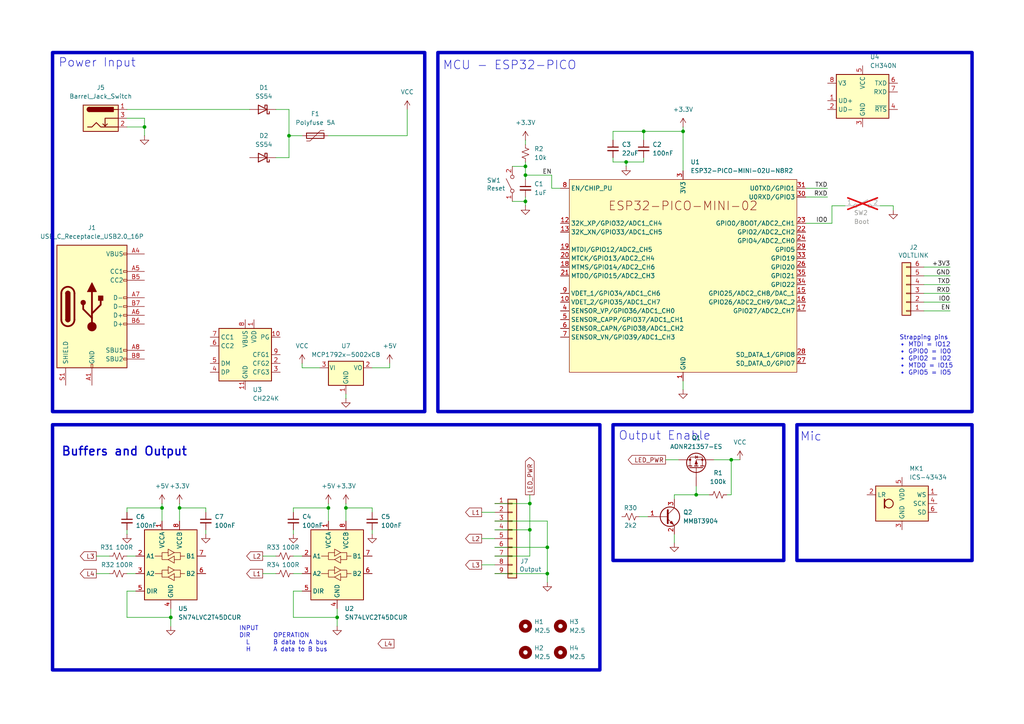
<source format=kicad_sch>
(kicad_sch (version 20250114) (generator "eeschema") (generator_version "9.0")
  (paper "A4")
  (title_block (title "GlitchPixel404") (date "2025-03-15") (rev "A1") (company "Inventel") (comment 1 "RBM"))
  (lib_symbols
    (symbol "CanLite-rescue:Conn_01x06-Connector_Generic" (pin_names (offset 1.016) (hide yes))
      (property "Reference" "J" (at 0 7.62 0))
      (property "Value" "Connector_Generic_Conn_01x06" (at 0 -10.16 0))
      (symbol "Conn_01x06-Connector_Generic_1_1"
        (pin passive line (at -5.08 5.08 0) (length 3.81) (name "Pin_1") (number "1"))
        (pin passive line (at -5.08 2.54 0) (length 3.81) (name "Pin_2") (number "2"))
        (pin passive line (at -5.08 0 0) (length 3.81) (name "Pin_3") (number "3"))
        (pin passive line (at -5.08 -2.54 0) (length 3.81) (name "Pin_4") (number "4"))
        (pin passive line (at -5.08 -5.08 0) (length 3.81) (name "Pin_5") (number "5"))
        (pin passive line (at -5.08 -7.62 0) (length 3.81) (name "Pin_6") (number "6"))
      )
    )
    (symbol "Connector:Barrel_Jack_Switch" (pin_names (hide yes))
      (property "Reference" "J" (at 0 5.334 0))
      (property "Value" "Barrel_Jack_Switch" (at 0 -5.08 0))
      (symbol "Barrel_Jack_Switch_1_1"
        (pin passive line (at 7.62 2.54 180) (length 2.54) (name "~") (number "1"))
        (pin passive line (at 7.62 0 180) (length 2.54) (name "~") (number "3"))
        (pin passive line (at 7.62 -2.54 180) (length 2.54) (name "~") (number "2"))
      )
    )
    (symbol "Connector:USB_C_Receptacle_USB2.0_16P" (pin_names (offset 1.016))
      (property "Reference" "J" (at 0 22.225 0))
      (property "Value" "USB_C_Receptacle_USB2.0_16P" (at 0 19.685 0))
      (symbol "USB_C_Receptacle_USB2.0_16P_1_1"
        (pin passive line (at -7.62 -22.86 90) (length 5.08) (name "SHIELD") (number "S1"))
        (pin passive line (at 0 -22.86 90) (length 5.08) (name "GND") (number "A1"))
        (pin passive line (at 0 -22.86 90) (length 5.08) (hide yes) (name "GND") (number "A12"))
        (pin passive line (at 0 -22.86 90) (length 5.08) (hide yes) (name "GND") (number "B1"))
        (pin passive line (at 0 -22.86 90) (length 5.08) (hide yes) (name "GND") (number "B12"))
        (pin passive line (at 15.24 15.24 180) (length 5.08) (name "VBUS") (number "A4"))
        (pin passive line (at 15.24 15.24 180) (length 5.08) (hide yes) (name "VBUS") (number "A9"))
        (pin passive line (at 15.24 15.24 180) (length 5.08) (hide yes) (name "VBUS") (number "B4"))
        (pin passive line (at 15.24 15.24 180) (length 5.08) (hide yes) (name "VBUS") (number "B9"))
        (pin bidirectional line (at 15.24 10.16 180) (length 5.08) (name "CC1") (number "A5"))
        (pin bidirectional line (at 15.24 7.62 180) (length 5.08) (name "CC2") (number "B5"))
        (pin bidirectional line (at 15.24 2.54 180) (length 5.08) (name "D-") (number "A7"))
        (pin bidirectional line (at 15.24 0 180) (length 5.08) (name "D-") (number "B7"))
        (pin bidirectional line (at 15.24 -2.54 180) (length 5.08) (name "D+") (number "A6"))
        (pin bidirectional line (at 15.24 -5.08 180) (length 5.08) (name "D+") (number "B6"))
        (pin bidirectional line (at 15.24 -12.7 180) (length 5.08) (name "SBU1") (number "A8"))
        (pin bidirectional line (at 15.24 -15.24 180) (length 5.08) (name "SBU2") (number "B8"))
      )
    )
    (symbol "Connector_Generic:Conn_01x09" (pin_names (offset 1.016) (hide yes))
      (property "Reference" "J" (at 0 12.7 0))
      (property "Value" "Conn_01x09" (at 0 -12.7 0))
      (symbol "Conn_01x09_1_1"
        (pin passive line (at -5.08 10.16 0) (length 3.81) (name "Pin_1") (number "1"))
        (pin passive line (at -5.08 7.62 0) (length 3.81) (name "Pin_2") (number "2"))
        (pin passive line (at -5.08 5.08 0) (length 3.81) (name "Pin_3") (number "3"))
        (pin passive line (at -5.08 2.54 0) (length 3.81) (name "Pin_4") (number "4"))
        (pin passive line (at -5.08 0 0) (length 3.81) (name "Pin_5") (number "5"))
        (pin passive line (at -5.08 -2.54 0) (length 3.81) (name "Pin_6") (number "6"))
        (pin passive line (at -5.08 -5.08 0) (length 3.81) (name "Pin_7") (number "7"))
        (pin passive line (at -5.08 -7.62 0) (length 3.81) (name "Pin_8") (number "8"))
        (pin passive line (at -5.08 -10.16 0) (length 3.81) (name "Pin_9") (number "9"))
      )
    )
    (symbol "Device:C_Small" (pin_numbers (hide yes)) (pin_names (offset 0.254) (hide yes))
      (property "Reference" "C" (at 0.254 1.778 0))
      (property "Value" "C_Small" (at 0.254 -2.032 0))
      (symbol "C_Small_1_1"
        (pin passive line (at 0 2.54 270) (length 2.032) (name "~") (number "1"))
        (pin passive line (at 0 -2.54 90) (length 2.032) (name "~") (number "2"))
      )
    )
    (symbol "Device:Polyfuse" (pin_numbers (hide yes)) (pin_names (offset 0))
      (property "Reference" "F" (at -2.54 0 90))
      (property "Value" "Polyfuse" (at 2.54 0 90))
      (symbol "Polyfuse_1_1"
        (pin passive line (at 0 3.81 270) (length 1.27) (name "~") (number "1"))
        (pin passive line (at 0 -3.81 90) (length 1.27) (name "~") (number "2"))
      )
    )
    (symbol "Device:Q_PMOS" (pin_numbers (hide yes)) (pin_names (offset 0) (hide yes))
      (property "Reference" "Q" (at 5.08 1.27 0))
      (property "Value" "Q_PMOS" (at 5.08 -1.27 0))
      (symbol "Q_PMOS_1_1"
        (pin input line (at -5.08 0 0) (length 2.54) (name "G") (number "G"))
        (pin passive line (at 2.54 5.08 270) (length 2.54) (name "D") (number "D"))
        (pin passive line (at 2.54 -5.08 90) (length 2.54) (name "S") (number "S"))
      )
    )
    (symbol "Device:R_Small_US" (pin_numbers (hide yes)) (pin_names (offset 0.254) (hide yes))
      (property "Reference" "R" (at 0.762 0.508 0))
      (property "Value" "R_Small_US" (at 0.762 -1.016 0))
      (symbol "R_Small_US_1_1"
        (pin passive line (at 0 2.54 270) (length 1.016) (name "~") (number "1"))
        (pin passive line (at 0 -2.54 90) (length 1.016) (name "~") (number "2"))
      )
    )
    (symbol "Diode:SS34" (pin_numbers (hide yes)) (pin_names (offset 1.016) (hide yes))
      (property "Reference" "D" (at 0 2.54 0))
      (property "Value" "SS34" (at 0 -2.54 0))
      (symbol "SS34_1_1"
        (pin passive line (at -3.81 0 0) (length 2.54) (name "K") (number "1"))
        (pin passive line (at 3.81 0 180) (length 2.54) (name "A") (number "2"))
      )
    )
    (symbol "Interface_USB:CH224K"
      (property "Reference" "U" (at -7.874 -8.89 0))
      (property "Value" "CH224K" (at 3.048 -8.89 0))
      (symbol "CH224K_1_1"
        (pin bidirectional line (at -10.16 5.08 0) (length 2.54) (name "CC1") (number "7"))
        (pin bidirectional line (at -10.16 2.54 0) (length 2.54) (name "CC2") (number "6"))
        (pin bidirectional line (at -10.16 -2.54 0) (length 2.54) (name "DM") (number "5"))
        (pin bidirectional line (at -10.16 -5.08 0) (length 2.54) (name "DP") (number "4"))
        (pin passive line (at 0 10.16 270) (length 2.54) (name "VBUS") (number "8"))
        (pin power_in line (at 0 -10.16 90) (length 2.54) (name "GND") (number "11"))
        (pin power_in line (at 2.54 10.16 270) (length 2.54) (name "VDD") (number "1"))
        (pin open_collector line (at 10.16 5.08 180) (length 2.54) (name "PG") (number "10"))
        (pin passive line (at 10.16 0 180) (length 2.54) (name "CFG1") (number "9"))
        (pin passive line (at 10.16 -2.54 180) (length 2.54) (name "CFG2") (number "2"))
        (pin passive line (at 10.16 -5.08 180) (length 2.54) (name "CFG3") (number "3"))
      )
    )
    (symbol "Interface_USB:CH340N"
      (property "Reference" "U" (at -7.62 6.35 0))
      (property "Value" "CH340N" (at 7.62 6.35 0))
      (symbol "CH340N_1_1"
        (pin passive line (at -10.16 2.54 0) (length 2.54) (name "V3") (number "8"))
        (pin bidirectional line (at -10.16 -2.54 0) (length 2.54) (name "UD+") (number "1"))
        (pin bidirectional line (at -10.16 -5.08 0) (length 2.54) (name "UD-") (number "2"))
        (pin power_in line (at 0 7.62 270) (length 2.54) (name "VCC") (number "5"))
        (pin power_in line (at 0 -10.16 90) (length 2.54) (name "GND") (number "3"))
        (pin output line (at 10.16 2.54 180) (length 2.54) (name "TXD") (number "6"))
        (pin input line (at 10.16 0 180) (length 2.54) (name "RXD") (number "7"))
        (pin output line (at 10.16 -5.08 180) (length 2.54) (name "~{RTS}") (number "4"))
      )
    )
    (symbol "Logic_LevelTranslator:SN74LVC2T45DCUR"
      (property "Reference" "U" (at -6.35 11.43 0))
      (property "Value" "SN74LVC2T45DCUR" (at 3.81 11.43 0))
      (symbol "SN74LVC2T45DCUR_1_1"
        (pin bidirectional line (at -10.16 2.54 0) (length 2.54) (name "A1") (number "2"))
        (pin bidirectional line (at -10.16 -2.54 0) (length 2.54) (name "A2") (number "3"))
        (pin input line (at -10.16 -7.62 0) (length 2.54) (name "DIR") (number "5"))
        (pin power_in line (at -2.54 12.7 270) (length 2.54) (name "VCCA") (number "1"))
        (pin power_in line (at 0 -12.7 90) (length 2.54) (name "GND") (number "4"))
        (pin power_in line (at 2.54 12.7 270) (length 2.54) (name "VCCB") (number "8"))
        (pin bidirectional line (at 10.16 2.54 180) (length 2.54) (name "B1") (number "7"))
        (pin bidirectional line (at 10.16 -2.54 180) (length 2.54) (name "B2") (number "6"))
      )
    )
    (symbol "Mechanical:MountingHole" (pin_names (offset 1.016)) (in_bom no)
      (property "Reference" "H" (at 0 5.08 0))
      (property "Value" "MountingHole" (at 0 3.175 0))
    )
    (symbol "PCM_Espressif:ESP32-PICO-MINI-02"
      (property "Reference" "U" (at -33.02 33.02 0))
      (property "Value" "ESP32-PICO-MINI-02" (at -22.86 30.48 0))
      (symbol "ESP32-PICO-MINI-02_0_0"
        (text "ESP32-PICO-MINI-02" (at 0 20.32 0) (effects (font (size 2.54 2.54))))
        (pin power_in line (at 0 -30.48 90) (length 2.54) (name "GND") (number "1"))
        (pin passive line (at 0 -30.48 90) (length 2.54) (hide yes) (name "GND") (number "37"))
        (pin passive line (at 0 -30.48 90) (length 2.54) (hide yes) (name "GND") (number "38"))
        (pin passive line (at 0 -30.48 90) (length 2.54) (hide yes) (name "GND") (number "39"))
        (pin passive line (at 0 -30.48 90) (length 2.54) (hide yes) (name "GND") (number "40"))
        (pin passive line (at 0 -30.48 90) (length 2.54) (hide yes) (name "GND") (number "41"))
        (pin passive line (at 0 -30.48 90) (length 2.54) (hide yes) (name "GND") (number "42"))
        (pin passive line (at 0 -30.48 90) (length 2.54) (hide yes) (name "GND") (number "43"))
        (pin passive line (at 0 -30.48 90) (length 2.54) (hide yes) (name "GND") (number "44"))
        (pin passive line (at 0 -30.48 90) (length 2.54) (hide yes) (name "GND") (number "45"))
        (pin passive line (at 0 -30.48 90) (length 2.54) (hide yes) (name "GND") (number "46"))
        (pin passive line (at 0 -30.48 90) (length 2.54) (hide yes) (name "GND") (number "47"))
        (pin passive line (at 0 -30.48 90) (length 2.54) (hide yes) (name "GND") (number "48"))
        (pin passive line (at 0 -30.48 90) (length 2.54) (hide yes) (name "GND") (number "49"))
        (pin passive line (at 0 -30.48 90) (length 2.54) (hide yes) (name "GND") (number "50"))
        (pin passive line (at 0 -30.48 90) (length 2.54) (hide yes) (name "GND") (number "51"))
        (pin passive line (at 0 -30.48 90) (length 2.54) (hide yes) (name "GND") (number "52"))
        (pin passive line (at 0 -30.48 90) (length 2.54) (hide yes) (name "GND") (number "53"))
      )
      (symbol "ESP32-PICO-MINI-02_1_1"
        (pin input line (at -35.56 25.4 0) (length 2.54) (name "EN/CHIP_PU") (number "8"))
        (pin bidirectional line (at -35.56 15.24 0) (length 2.54) (name "32K_XP/GPIO32/ADC1_CH4") (number "12"))
        (pin bidirectional line (at -35.56 12.7 0) (length 2.54) (name "32K_XN/GPIO33/ADC1_CH5") (number "13"))
        (pin bidirectional line (at -35.56 7.62 0) (length 2.54) (name "MTDI/GPIO12/ADC2_CH5") (number "19"))
        (pin bidirectional line (at -35.56 5.08 0) (length 2.54) (name "MTCK/GPIO13/ADC2_CH4") (number "20"))
        (pin bidirectional line (at -35.56 2.54 0) (length 2.54) (name "MTMS/GPIO14/ADC2_CH6") (number "18"))
        (pin bidirectional line (at -35.56 0 0) (length 2.54) (name "MTDO/GPIO15/ADC2_CH3") (number "21"))
        (pin input line (at -35.56 -5.08 0) (length 2.54) (name "VDET_1/GPIO34/ADC1_CH6") (number "9"))
        (pin input line (at -35.56 -7.62 0) (length 2.54) (name "VDET_2/GPIO35/ADC1_CH7") (number "10"))
        (pin input line (at -35.56 -10.16 0) (length 2.54) (name "SENSOR_VP/GPIO36/ADC1_CH0") (number "4"))
        (pin input line (at -35.56 -12.7 0) (length 2.54) (name "SENSOR_CAPP/GPIO37/ADC1_CH1") (number "5"))
        (pin input line (at -35.56 -15.24 0) (length 2.54) (name "SENSOR_CAPN/GPIO38/ADC1_CH2") (number "6"))
        (pin input line (at -35.56 -17.78 0) (length 2.54) (name "SENSOR_VN/GPIO39/ADC1_CH3") (number "7"))
        (pin no_connect line (at -33.02 -22.86 0) (length 2.54) (hide yes) (name "NC") (number "25"))
        (pin no_connect line (at -33.02 -25.4 0) (length 2.54) (hide yes) (name "NC") (number "32"))
        (pin power_in line (at 0 30.48 270) (length 2.54) (name "3V3") (number "3"))
        (pin passive line (at 0 -30.48 90) (length 2.54) (hide yes) (name "GND") (number "11"))
        (pin passive line (at 0 -30.48 90) (length 2.54) (hide yes) (name "GND") (number "14"))
        (pin passive line (at 0 -30.48 90) (length 2.54) (hide yes) (name "GND") (number "2"))
        (pin passive line (at 0 -30.48 90) (length 2.54) (hide yes) (name "GND") (number "36"))
        (pin bidirectional line (at 35.56 25.4 180) (length 2.54) (name "U0TXD/GPIO1") (number "31"))
        (pin bidirectional line (at 35.56 22.86 180) (length 2.54) (name "U0RXD/GPIO3") (number "30"))
        (pin bidirectional line (at 35.56 15.24 180) (length 2.54) (name "GPIO0/BOOT/ADC2_CH1") (number "23"))
        (pin bidirectional line (at 35.56 12.7 180) (length 2.54) (name "GPIO2/ADC2_CH2") (number "22"))
        (pin bidirectional line (at 35.56 10.16 180) (length 2.54) (name "GPIO4/ADC2_CH0") (number "24"))
        (pin bidirectional line (at 35.56 7.62 180) (length 2.54) (name "GPIO5") (number "29"))
        (pin bidirectional line (at 35.56 5.08 180) (length 2.54) (name "GPIO19") (number "33"))
        (pin bidirectional line (at 35.56 2.54 180) (length 2.54) (name "GPIO20") (number "26"))
        (pin bidirectional line (at 35.56 0 180) (length 2.54) (name "GPIO21") (number "35"))
        (pin bidirectional line (at 35.56 -2.54 180) (length 2.54) (name "GPIO22") (number "34"))
        (pin bidirectional line (at 35.56 -5.08 180) (length 2.54) (name "GPIO25/ADC2_CH8/DAC_1") (number "15"))
        (pin bidirectional line (at 35.56 -7.62 180) (length 2.54) (name "GPIO26/ADC2_CH9/DAC_2") (number "16"))
        (pin bidirectional line (at 35.56 -10.16 180) (length 2.54) (name "GPIO27/ADC2_CH7") (number "17"))
        (pin bidirectional line (at 35.56 -22.86 180) (length 2.54) (name "SD_DATA_1/GPIO8") (number "28"))
        (pin bidirectional line (at 35.56 -25.4 180) (length 2.54) (name "SD_DATA_0/GPIO7") (number "27"))
      )
    )
    (symbol "Regulator_Linear:MCP1792x-5002xCB" (pin_names (offset 0.254))
      (property "Reference" "U" (at -3.81 3.175 0))
      (property "Value" "MCP1792x-5002xCB" (at 0 3.175 0))
      (symbol "MCP1792x-5002xCB_1_1"
        (pin power_in line (at -7.62 0 0) (length 2.54) (name "VI") (number "3"))
        (pin power_in line (at 0 -7.62 90) (length 2.54) (name "GND") (number "1"))
        (pin power_out line (at 7.62 0 180) (length 2.54) (name "VO") (number "2"))
      )
    )
    (symbol "Sensor_Audio:ICS-43434"
      (property "Reference" "MK" (at -7.62 6.35 0))
      (property "Value" "ICS-43434" (at 1.27 6.35 0))
      (symbol "ICS-43434_1_1"
        (pin input line (at -10.16 2.54 0) (length 2.54) (name "LR") (number "2"))
        (pin power_in line (at 0 7.62 270) (length 2.54) (name "VDD") (number "5"))
        (pin power_in line (at 0 -7.62 90) (length 2.54) (name "GND") (number "3"))
        (pin input line (at 10.16 2.54 180) (length 2.54) (name "WS") (number "1"))
        (pin input line (at 10.16 0 180) (length 2.54) (name "SCK") (number "4"))
        (pin output line (at 10.16 -2.54 180) (length 2.54) (name "SD") (number "6"))
      )
    )
    (symbol "Switch:SW_SPST" (pin_names (offset 0) (hide yes))
      (property "Reference" "SW" (at 0 3.175 0))
      (property "Value" "SW_SPST" (at 0 -2.54 0))
      (symbol "SW_SPST_1_1"
        (pin passive line (at -5.08 0 0) (length 2.54) (name "A") (number "1"))
        (pin passive line (at 5.08 0 180) (length 2.54) (name "B") (number "2"))
      )
    )
    (symbol "Transistor_BJT:MMBT3904" (pin_names (offset 0) (hide yes))
      (property "Reference" "Q" (at 5.08 1.905 0))
      (property "Value" "MMBT3904" (at 5.08 0 0))
      (symbol "MMBT3904_1_1"
        (pin input line (at -5.08 0 0) (length 2.54) (name "B") (number "1"))
        (pin passive line (at 2.54 5.08 270) (length 2.54) (name "C") (number "3"))
        (pin passive line (at 2.54 -5.08 90) (length 2.54) (name "E") (number "2"))
      )
    )
    (symbol "power:+3.3V" (power) (pin_numbers (hide yes)) (pin_names (offset 0) (hide yes))
      (property "Value" "+3.3V" (at 0 3.556 0))
      (symbol "+3.3V_1_1"
        (pin power_in line (at 0 0 90) (length 0) (name "~") (number "1"))
      )
    )
    (symbol "power:+5V" (power) (pin_numbers (hide yes)) (pin_names (offset 0) (hide yes))
      (property "Value" "+5V" (at 0 3.556 0))
      (symbol "+5V_1_1"
        (pin power_in line (at 0 0 90) (length 0) (name "~") (number "1"))
      )
    )
    (symbol "power:GND" (power) (pin_numbers (hide yes)) (pin_names (offset 0) (hide yes))
      (property "Value" "GND" (at 0 -3.81 0))
      (symbol "GND_1_1"
        (pin power_in line (at 0 0 270) (length 0) (name "~") (number "1"))
      )
    )
    (symbol "power:VCC" (power) (pin_numbers (hide yes)) (pin_names (offset 0) (hide yes))
      (property "Value" "VCC" (at 0 3.556 0))
      (symbol "VCC_1_1"
        (pin power_in line (at 0 0 90) (length 0) (name "~") (number "1"))
      )
    )
  )
  (rectangle (start 15.24 15.24) (end 123.19 119.38) (stroke (width 1)))
  (rectangle (start 231.14 123.19) (end 281.94 162.56) (stroke (width 1)))
  (rectangle (start 127 15.24) (end 281.94 119.38) (stroke (width 1)))
  (rectangle (start 177.8 123.19) (end 227.33 162.56) (stroke (width 1)))
  (rectangle (start 15.24 123.19) (end 173.99 194.31) (stroke (width 1)))
  (text "Mic" (at 235.204 126.746 0) (effects (font (size 2.5 2.5))))
  (text "Output Enable" (at 192.786 126.492 0) (effects (font (size 2.5 2.5))))
  (text "MCU - ESP32-PICO" (at 147.828 19.05 0) (effects (font (size 2.5 2.5))))
  (text "Strapping pins\n• MTDI = IO12\n• GPIO0 = IO0\n• GPIO2 = IO2\n• MTDO = IO15\n• GPIO5 = IO5" (at 260.858 108.966 0) (effects (font (size 1.27 1.27)) (justify left bottom)))
  (text "Power Input\n" (at 28.194 18.288 0) (effects (font (size 2.5 2.5))))
  (text "Buffers and Output\n" (at 36.068 131.064 0) (effects (font (size 2.5 2.5) (thickness 0.4) (bold yes))))
  (text "INPUT\nDIR 	OPERATION\n  L		B data to A bus\n  H		A data to B bus\n" (at 69.342 185.42 0) (effects (font (size 1.27 1.27)) (justify left)))
  (junction (at 152.4 58.42))
  (junction (at 95.25 147.32))
  (junction (at 152.4 50.8))
  (junction (at 49.53 179.07))
  (junction (at 158.75 158.75))
  (junction (at 153.67 146.05))
  (junction (at 46.99 147.32))
  (junction (at 181.61 46.99))
  (junction (at 97.79 179.07))
  (junction (at 198.12 38.1))
  (junction (at 201.93 143.51))
  (junction (at 212.09 133.35))
  (junction (at 52.07 147.32))
  (junction (at 158.75 166.37))
  (junction (at 41.91 36.83))
  (junction (at 152.4 48.26))
  (junction (at 186.69 38.1))
  (junction (at 153.67 153.67))
  (junction (at 83.82 39.37))
  (junction (at 100.33 147.32))
  (wire (pts (xy 158.75 158.75) (xy 158.75 166.37)))
  (wire (pts (xy 36.83 36.83) (xy 41.91 36.83)))
  (wire (pts (xy 76.2 166.37) (xy 80.01 166.37)))
  (wire (pts (xy 212.09 143.51) (xy 210.82 143.51)))
  (wire (pts (xy 36.83 153.67) (xy 36.83 154.94)))
  (wire (pts (xy 198.12 36.83) (xy 198.12 38.1)))
  (wire (pts (xy 212.09 133.35) (xy 214.63 133.35)))
  (wire (pts (xy 198.12 110.49) (xy 198.12 113.03)))
  (wire (pts (xy 233.68 57.15) (xy 240.03 57.15)))
  (wire (pts (xy 36.83 31.75) (xy 72.39 31.75)))
  (wire (pts (xy 185.42 149.86) (xy 187.96 149.86)))
  (wire (pts (xy 143.51 158.75) (xy 158.75 158.75)))
  (wire (pts (xy 177.8 38.1) (xy 186.69 38.1)))
  (wire (pts (xy 245.11 59.69) (xy 241.3 59.69)))
  (wire (pts (xy 143.51 146.05) (xy 153.67 146.05)))
  (wire (pts (xy 259.08 59.69) (xy 259.08 60.96)))
  (wire (pts (xy 52.07 146.05) (xy 52.07 147.32)))
  (wire (pts (xy 36.83 179.07) (xy 49.53 179.07)))
  (wire (pts (xy 100.33 146.05) (xy 100.33 147.32)))
  (wire (pts (xy 233.68 54.61) (xy 240.03 54.61)))
  (wire (pts (xy 201.93 143.51) (xy 205.74 143.51)))
  (wire (pts (xy 49.53 179.07) (xy 49.53 181.61)))
  (wire (pts (xy 160.02 54.61) (xy 160.02 50.8)))
  (wire (pts (xy 158.75 151.13) (xy 158.75 158.75)))
  (wire (pts (xy 162.56 54.61) (xy 160.02 54.61)))
  (wire (pts (xy 118.11 39.37) (xy 95.25 39.37)))
  (wire (pts (xy 275.59 90.17) (xy 267.97 90.17)))
  (wire (pts (xy 153.67 161.29) (xy 153.67 153.67)))
  (wire (pts (xy 152.4 58.42) (xy 152.4 57.15)))
  (wire (pts (xy 148.59 58.42) (xy 152.4 58.42)))
  (wire (pts (xy 158.75 166.37) (xy 158.75 168.91)))
  (wire (pts (xy 36.83 34.29) (xy 41.91 34.29)))
  (wire (pts (xy 195.58 143.51) (xy 201.93 143.51)))
  (wire (pts (xy 95.25 146.05) (xy 95.25 147.32)))
  (wire (pts (xy 275.59 85.09) (xy 267.97 85.09)))
  (wire (pts (xy 107.95 148.59) (xy 107.95 147.32)))
  (wire (pts (xy 118.11 31.75) (xy 118.11 39.37)))
  (wire (pts (xy 107.95 153.67) (xy 107.95 154.94)))
  (wire (pts (xy 97.79 179.07) (xy 97.79 176.53)))
  (wire (pts (xy 36.83 166.37) (xy 39.37 166.37)))
  (wire (pts (xy 152.4 46.99) (xy 152.4 48.26)))
  (wire (pts (xy 87.63 171.45) (xy 85.09 171.45)))
  (wire (pts (xy 95.25 147.32) (xy 95.25 151.13)))
  (wire (pts (xy 80.01 31.75) (xy 83.82 31.75)))
  (wire (pts (xy 27.94 161.29) (xy 31.75 161.29)))
  (wire (pts (xy 177.8 46.99) (xy 181.61 46.99)))
  (wire (pts (xy 83.82 39.37) (xy 87.63 39.37)))
  (wire (pts (xy 36.83 161.29) (xy 39.37 161.29)))
  (wire (pts (xy 87.63 105.41) (xy 87.63 106.68)))
  (wire (pts (xy 275.59 87.63) (xy 267.97 87.63)))
  (wire (pts (xy 85.09 147.32) (xy 95.25 147.32)))
  (wire (pts (xy 139.7 148.59) (xy 143.51 148.59)))
  (wire (pts (xy 85.09 171.45) (xy 85.09 179.07)))
  (wire (pts (xy 143.51 161.29) (xy 153.67 161.29)))
  (wire (pts (xy 49.53 179.07) (xy 49.53 176.53)))
  (wire (pts (xy 153.67 146.05) (xy 153.67 143.51)))
  (wire (pts (xy 201.93 140.97) (xy 201.93 143.51)))
  (wire (pts (xy 152.4 40.64) (xy 152.4 41.91)))
  (wire (pts (xy 39.37 171.45) (xy 36.83 171.45)))
  (wire (pts (xy 87.63 106.68) (xy 92.71 106.68)))
  (wire (pts (xy 275.59 80.01) (xy 267.97 80.01)))
  (wire (pts (xy 186.69 38.1) (xy 186.69 40.64)))
  (wire (pts (xy 186.69 46.99) (xy 181.61 46.99)))
  (wire (pts (xy 195.58 154.94) (xy 195.58 157.48)))
  (wire (pts (xy 181.61 46.99) (xy 181.61 48.26)))
  (wire (pts (xy 100.33 147.32) (xy 107.95 147.32)))
  (wire (pts (xy 52.07 147.32) (xy 52.07 151.13)))
  (wire (pts (xy 107.95 106.68) (xy 113.03 106.68)))
  (wire (pts (xy 152.4 59.69) (xy 152.4 58.42)))
  (wire (pts (xy 212.09 133.35) (xy 212.09 143.51)))
  (wire (pts (xy 41.91 34.29) (xy 41.91 36.83)))
  (wire (pts (xy 85.09 161.29) (xy 87.63 161.29)))
  (wire (pts (xy 27.94 166.37) (xy 31.75 166.37)))
  (wire (pts (xy 198.12 38.1) (xy 198.12 49.53)))
  (wire (pts (xy 46.99 147.32) (xy 46.99 151.13)))
  (wire (pts (xy 83.82 45.72) (xy 83.82 39.37)))
  (wire (pts (xy 177.8 40.64) (xy 177.8 38.1)))
  (wire (pts (xy 83.82 31.75) (xy 83.82 39.37)))
  (wire (pts (xy 36.83 171.45) (xy 36.83 179.07)))
  (wire (pts (xy 52.07 147.32) (xy 59.69 147.32)))
  (wire (pts (xy 85.09 153.67) (xy 85.09 154.94)))
  (wire (pts (xy 97.79 179.07) (xy 97.79 181.61)))
  (wire (pts (xy 100.33 114.3) (xy 100.33 115.57)))
  (wire (pts (xy 152.4 50.8) (xy 152.4 52.07)))
  (wire (pts (xy 193.04 133.35) (xy 196.85 133.35)))
  (wire (pts (xy 241.3 64.77) (xy 233.68 64.77)))
  (wire (pts (xy 46.99 146.05) (xy 46.99 147.32)))
  (wire (pts (xy 177.8 45.72) (xy 177.8 46.99)))
  (wire (pts (xy 186.69 45.72) (xy 186.69 46.99)))
  (wire (pts (xy 153.67 153.67) (xy 153.67 146.05)))
  (wire (pts (xy 113.03 106.68) (xy 113.03 105.41)))
  (wire (pts (xy 59.69 153.67) (xy 59.69 154.94)))
  (wire (pts (xy 143.51 153.67) (xy 153.67 153.67)))
  (wire (pts (xy 36.83 147.32) (xy 46.99 147.32)))
  (wire (pts (xy 186.69 38.1) (xy 198.12 38.1)))
  (wire (pts (xy 76.2 161.29) (xy 80.01 161.29)))
  (wire (pts (xy 143.51 166.37) (xy 158.75 166.37)))
  (wire (pts (xy 36.83 148.59) (xy 36.83 147.32)))
  (wire (pts (xy 85.09 166.37) (xy 87.63 166.37)))
  (wire (pts (xy 195.58 144.78) (xy 195.58 143.51)))
  (wire (pts (xy 148.59 48.26) (xy 152.4 48.26)))
  (wire (pts (xy 207.01 133.35) (xy 212.09 133.35)))
  (wire (pts (xy 85.09 148.59) (xy 85.09 147.32)))
  (wire (pts (xy 139.7 156.21) (xy 143.51 156.21)))
  (wire (pts (xy 275.59 77.47) (xy 267.97 77.47)))
  (wire (pts (xy 275.59 82.55) (xy 267.97 82.55)))
  (wire (pts (xy 241.3 59.69) (xy 241.3 64.77)))
  (wire (pts (xy 143.51 151.13) (xy 158.75 151.13)))
  (wire (pts (xy 80.01 45.72) (xy 83.82 45.72)))
  (wire (pts (xy 152.4 48.26) (xy 152.4 50.8)))
  (wire (pts (xy 139.7 163.83) (xy 143.51 163.83)))
  (wire (pts (xy 41.91 36.83) (xy 41.91 39.37)))
  (wire (pts (xy 59.69 148.59) (xy 59.69 147.32)))
  (wire (pts (xy 255.27 59.69) (xy 259.08 59.69)))
  (wire (pts (xy 160.02 50.8) (xy 152.4 50.8)))
  (wire (pts (xy 100.33 147.32) (xy 100.33 151.13)))
  (wire (pts (xy 85.09 179.07) (xy 97.79 179.07)))
  (label "GND" (at 275.59 80.01 180))
  (label "EN" (at 275.59 90.17 180))
  (label "TXD" (at 275.59 82.55 180))
  (label "+3V3" (at 275.59 77.47 180))
  (label "IO0" (at 275.59 87.63 180))
  (label "RXD" (at 240.03 57.15 180))
  (label "TXD" (at 240.03 54.61 180))
  (label "IO0" (at 240.03 64.77 180))
  (label "RXD" (at 275.59 85.09 180))
  (label "EN" (at 160.02 50.8 180))
  (global_label "L3" (shape output) (at 27.94 161.29 180) (property "Intersheetrefs" "${INTERSHEET_REFS}" (effects (hide yes))))
  (global_label "L1" (shape output) (at 76.2 166.37 180) (property "Intersheetrefs" "${INTERSHEET_REFS}" (effects (hide yes))))
  (global_label "L2" (shape output) (at 139.7 156.21 180) (property "Intersheetrefs" "${INTERSHEET_REFS}" (effects (hide yes))))
  (global_label "L2" (shape output) (at 76.2 161.29 180) (property "Intersheetrefs" "${INTERSHEET_REFS}" (effects (hide yes))))
  (global_label "LED_PWR" (shape output) (at 153.67 143.51 90) (property "Intersheetrefs" "${INTERSHEET_REFS}" (effects (hide yes))))
  (global_label "L3" (shape output) (at 139.7 163.83 180) (property "Intersheetrefs" "${INTERSHEET_REFS}" (effects (hide yes))))
  (global_label "LED_PWR" (shape output) (at 193.04 133.35 180) (property "Intersheetrefs" "${INTERSHEET_REFS}" (effects (hide yes))))
  (global_label "L4" (shape output) (at 114.3 186.69 180) (property "Intersheetrefs" "${INTERSHEET_REFS}" (effects (hide yes))))
  (global_label "L4" (shape output) (at 27.94 166.37 180) (property "Intersheetrefs" "${INTERSHEET_REFS}" (effects (hide yes))))
  (global_label "L1" (shape output) (at 139.7 148.59 180) (property "Intersheetrefs" "${INTERSHEET_REFS}" (effects (hide yes))))
  (symbol (lib_id "Device:C_Small") (at 59.69 151.13 0) (unit 1)
    (property "Reference" "C7" (at 62.23 149.8662 0) (effects (justify left)))
    (property "Value" "100nF" (at 62.23 152.4062 0) (effects (justify left)))
    (property "Footprint" "Capacitor_SMD:C_0402_1005Metric" (effects (hide yes)))
    (property "Description" "Unpolarized capacitor, small symbol" (effects (hide yes)))
    (property "LCSC" "C1525" (effects (hide yes)))
    (property "MPN" "CL05B104KO5NNNC" (effects (hide yes)))
    (property "Volt" "16V" (effects (hide yes)))
  )
  (symbol (lib_id "power:VCC") (at 87.63 105.41 0) (unit 1)
    (property "Reference" "#PWR026" (effects (hide yes)))
    (property "Value" "VCC" (at 87.63 100.33 0))
    (property "Description" "Power symbol creates a global label with name \"VCC\"" (effects (hide yes)))
  )
  (symbol (lib_id "Sensor_Audio:ICS-43434") (at 261.62 146.05 0) (unit 1)
    (property "Reference" "MK1" (at 263.7633 135.89 0) (effects (justify left)))
    (property "Value" "ICS-43434" (at 263.7633 138.43 0) (effects (justify left)))
    (property "Footprint" "Sensor_Audio:InvenSense_ICS-43434-6_3.5x2.65mm" (effects (hide yes)))
    (property "Datasheet" "https://www.invensense.com/wp-content/uploads/2016/02/DS-000069-ICS-43434-v1.2.pdf" (effects (hide yes)))
    (property "Description" "TDK InvenSense MEMS Microphone, 24-bit I2S, 65 dBA SNR, LGA-6" (effects (hide yes)))
    (property "LCSC" "C5656610" (effects (hide yes)))
  )
  (symbol (lib_id "Switch:SW_SPST") (at 148.59 53.34 90) (unit 1)
    (property "Reference" "SW1" (at 145.288 52.324 90) (effects (justify left)))
    (property "Value" "Reset" (at 146.558 54.61 90) (effects (justify left)))
    (property "Footprint" "Button_Switch_SMD:SW_Push_SPST_NO_Alps_SKRK" (effects (hide yes)))
    (property "Description" "USR" (effects (hide yes)))
    (property "LCSC" "C843663" (effects (hide yes)))
    (property "MPN" "GT-TC029A-H020-L1A" (effects (hide yes)))
  )
  (symbol (lib_id "power:GND") (at 100.33 115.57 0) (unit 1)
    (property "Reference" "#PWR024" (effects (hide yes)))
    (property "Value" "GND" (effects (hide yes)))
    (property "Description" "Power symbol creates a global label with name \"GND\" , ground" (effects (hide yes)))
  )
  (symbol (lib_id "Logic_LevelTranslator:SN74LVC2T45DCUR") (at 97.79 163.83 0) (unit 1)
    (property "Reference" "U2" (at 99.9333 176.53 0) (effects (justify left)))
    (property "Value" "SN74LVC2T45DCUR" (at 99.9333 179.07 0) (effects (justify left)))
    (property "Footprint" "Package_SO:VSSOP-8_2.3x2mm_P0.5mm" (effects (hide yes)))
    (property "Datasheet" "http://www.ti.com/lit/ds/symlink/sn74lvc2t45.pdf" (effects (hide yes)))
    (property "Description" "Dual-Bit Dual-Supply Bus Transceiver With Configurable Voltage Translation and 3-State Outputs, VSSOP-8" (effects (hide yes)))
    (property "LCSC" "C15741" (effects (hide yes)))
  )
  (symbol (lib_id "Interface_USB:CH340N") (at 250.19 26.67 0) (unit 1)
    (property "Reference" "U4" (at 252.3333 16.51 0) (effects (justify left)))
    (property "Value" "CH340N" (at 252.3333 19.05 0) (effects (justify left)))
    (property "Footprint" "Package_SO:SOP-8_3.9x4.9mm_P1.27mm" (effects (hide yes)))
    (property "Datasheet" "https://aitendo3.sakura.ne.jp/aitendo_data/product_img/ic/inteface/CH340N/ch340n.pdf" (effects (hide yes)))
    (property "Description" "USB serial converter, 2Mbps, UART, SOP-8" (effects (hide yes)))
  )
  (symbol (lib_id "Device:C_Small") (at 85.09 151.13 0) (unit 1)
    (property "Reference" "C4" (at 87.63 149.8662 0) (effects (justify left)))
    (property "Value" "100nF" (at 87.63 152.4062 0) (effects (justify left)))
    (property "Footprint" "Capacitor_SMD:C_0402_1005Metric" (effects (hide yes)))
    (property "Description" "Unpolarized capacitor, small symbol" (effects (hide yes)))
    (property "LCSC" "C1525" (effects (hide yes)))
    (property "MPN" "CL05B104KO5NNNC" (effects (hide yes)))
    (property "Volt" "16V" (effects (hide yes)))
  )
  (symbol (lib_id "power:GND") (at 158.75 168.91 0) (unit 1)
    (property "Reference" "#PWR023" (effects (hide yes)))
    (property "Value" "GND" (effects (hide yes)))
    (property "Description" "Power symbol creates a global label with name \"GND\" , ground" (effects (hide yes)))
  )
  (symbol (lib_id "power:+3.3V") (at 198.12 36.83 0) (unit 1)
    (property "Reference" "#PWR01" (effects (hide yes)))
    (property "Value" "+3.3V" (at 198.12 31.75 0))
    (property "Description" "Power symbol creates a global label with name \"+3.3V\"" (effects (hide yes)))
  )
  (symbol (lib_id "power:GND") (at 97.79 181.61 0) (unit 1)
    (property "Reference" "#PWR010" (effects (hide yes)))
    (property "Value" "GND" (effects (hide yes)))
    (property "Description" "Power symbol creates a global label with name \"GND\" , ground" (effects (hide yes)))
  )
  (symbol (lib_id "Logic_LevelTranslator:SN74LVC2T45DCUR") (at 49.53 163.83 0) (unit 1)
    (property "Reference" "U5" (at 51.6733 176.53 0) (effects (justify left)))
    (property "Value" "SN74LVC2T45DCUR" (at 51.6733 179.07 0) (effects (justify left)))
    (property "Footprint" "Package_SO:VSSOP-8_2.3x2mm_P0.5mm" (effects (hide yes)))
    (property "Datasheet" "http://www.ti.com/lit/ds/symlink/sn74lvc2t45.pdf" (effects (hide yes)))
    (property "Description" "Dual-Bit Dual-Supply Bus Transceiver With Configurable Voltage Translation and 3-State Outputs, VSSOP-8" (effects (hide yes)))
    (property "LCSC" "C15741" (effects (hide yes)))
  )
  (symbol (lib_id "power:VCC") (at 118.11 31.75 0) (unit 1)
    (property "Reference" "#PWR025" (effects (hide yes)))
    (property "Value" "VCC" (at 118.11 26.67 0))
    (property "Description" "Power symbol creates a global label with name \"VCC\"" (effects (hide yes)))
  )
  (symbol (lib_id "Connector:USB_C_Receptacle_USB2.0_16P") (at 26.67 88.9 0) (unit 1)
    (property "Reference" "J1" (at 26.67 66.04 0))
    (property "Value" "USB_C_Receptacle_USB2.0_16P" (at 26.67 68.58 0))
    (property "Footprint" "Connector_USB:USB_C_Receptacle_HRO_TYPE-C-31-M-12" (effects (hide yes)))
    (property "Datasheet" "https://www.usb.org/sites/default/files/documents/usb_type-c.zip" (effects (hide yes)))
    (property "Description" "USB 2.0-only 16P Type-C Receptacle connector" (effects (hide yes)))
    (property "LCSC" "C165948" (effects (hide yes)))
    (property "MPN" "TYPE-C-31-M-12" (effects (hide yes)))
  )
  (symbol (lib_id "Device:R_Small_US") (at 82.55 166.37 90) (unit 1)
    (property "Reference" "R34" (at 79.248 163.83 90))
    (property "Value" "100R" (at 84.328 163.83 90))
    (property "Footprint" "Resistor_SMD:R_0603_1608Metric" (effects (hide yes)))
    (property "LCSC" "C22775" (effects (hide yes)))
    (property "MPN" "0603WAF1000T5E" (effects (hide yes)))
  )
  (symbol (lib_id "power:GND") (at 41.91 39.37 0) (unit 1)
    (property "Reference" "#PWR022" (effects (hide yes)))
    (property "Value" "GND" (effects (hide yes)))
    (property "Description" "Power symbol creates a global label with name \"GND\" , ground" (effects (hide yes)))
  )
  (symbol (lib_id "power:+3.3V") (at 100.33 146.05 0) (unit 1)
    (property "Reference" "#PWR011" (effects (hide yes)))
    (property "Value" "+3.3V" (at 100.33 140.97 0))
    (property "Description" "Power symbol creates a global label with name \"+3.3V\"" (effects (hide yes)))
  )
  (symbol (lib_id "power:GND") (at 59.69 154.94 0) (unit 1)
    (property "Reference" "#PWR019" (effects (hide yes)))
    (property "Value" "GND" (effects (hide yes)))
    (property "Description" "Power symbol creates a global label with name \"GND\" , ground" (effects (hide yes)))
  )
  (symbol (lib_id "Device:R_Small_US") (at 82.55 161.29 90) (unit 1)
    (property "Reference" "R33" (at 79.248 158.75 90))
    (property "Value" "100R" (at 84.328 158.75 90))
    (property "Footprint" "Resistor_SMD:R_0603_1608Metric" (effects (hide yes)))
    (property "LCSC" "C22775" (effects (hide yes)))
    (property "MPN" "0603WAF1000T5E" (effects (hide yes)))
  )
  (symbol (lib_id "Device:C_Small") (at 36.83 151.13 0) (unit 1)
    (property "Reference" "C6" (at 39.37 149.8662 0) (effects (justify left)))
    (property "Value" "100nF" (at 39.37 152.4062 0) (effects (justify left)))
    (property "Footprint" "Capacitor_SMD:C_0402_1005Metric" (effects (hide yes)))
    (property "Description" "Unpolarized capacitor, small symbol" (effects (hide yes)))
    (property "LCSC" "C1525" (effects (hide yes)))
    (property "MPN" "CL05B104KO5NNNC" (effects (hide yes)))
    (property "Volt" "16V" (effects (hide yes)))
  )
  (symbol (lib_id "Transistor_BJT:MMBT3904") (at 193.04 149.86 0) (unit 1)
    (property "Reference" "Q2" (at 198.12 148.5899 0) (effects (justify left)))
    (property "Value" "MMBT3904" (at 198.12 151.1299 0) (effects (justify left)))
    (property "Footprint" "Package_TO_SOT_SMD:SOT-23" (effects (hide yes)))
    (property "Datasheet" "https://www.onsemi.com/pdf/datasheet/pzt3904-d.pdf" (effects (hide yes)))
    (property "Description" "0.2A Ic, 40V Vce, Small Signal NPN Transistor, SOT-23" (effects (hide yes)))
    (property "LCSC" "C20526" (effects (hide yes)))
  )
  (symbol (lib_id "Device:R_Small_US") (at 152.4 44.45 0) (unit 1)
    (property "Reference" "R2" (at 154.94 43.1799 0) (effects (justify left)))
    (property "Value" "10k" (at 154.94 45.7199 0) (effects (justify left)))
    (property "Footprint" "Resistor_SMD:R_0603_1608Metric" (effects (hide yes)))
    (property "Description" "Resistor, small US symbol" (effects (hide yes)))
    (property "LCSC" "C25804" (effects (hide yes)))
  )
  (symbol (lib_id "power:GND") (at 85.09 154.94 0) (unit 1)
    (property "Reference" "#PWR013" (effects (hide yes)))
    (property "Value" "GND" (effects (hide yes)))
    (property "Description" "Power symbol creates a global label with name \"GND\" , ground" (effects (hide yes)))
  )
  (symbol (lib_id "Device:R_Small_US") (at 34.29 161.29 90) (unit 1)
    (property "Reference" "R31" (at 30.988 158.75 90))
    (property "Value" "100R" (at 36.068 158.75 90))
    (property "Footprint" "Resistor_SMD:R_0603_1608Metric" (effects (hide yes)))
    (property "LCSC" "C22775" (effects (hide yes)))
    (property "MPN" "0603WAF1000T5E" (effects (hide yes)))
  )
  (symbol (lib_id "Device:C_Small") (at 186.69 43.18 0) (unit 1)
    (property "Reference" "C2" (at 189.23 41.9162 0) (effects (justify left)))
    (property "Value" "100nF" (at 189.23 44.4562 0) (effects (justify left)))
    (property "Footprint" "Capacitor_SMD:C_0402_1005Metric" (effects (hide yes)))
    (property "Description" "Unpolarized capacitor, small symbol" (effects (hide yes)))
    (property "LCSC" "C1525" (effects (hide yes)))
    (property "MPN" "CL05B104KO5NNNC" (effects (hide yes)))
    (property "Volt" "16V" (effects (hide yes)))
  )
  (symbol (lib_id "Device:C_Small") (at 152.4 54.61 0) (unit 1)
    (property "Reference" "C1" (at 154.94 53.3462 0) (effects (justify left)))
    (property "Value" "1uF" (at 154.94 55.8862 0) (effects (justify left)))
    (property "Footprint" "Capacitor_SMD:C_0603_1608Metric" (effects (hide yes)))
    (property "Description" "Unpolarized capacitor, small symbol" (effects (hide yes)))
    (property "LCSC" "C15849" (effects (hide yes)))
    (property "MPN" "CL10A105KB8NNNC" (effects (hide yes)))
  )
  (symbol (lib_id "Device:R_Small_US") (at 208.28 143.51 90) (unit 1)
    (property "Reference" "R1" (at 208.28 137.16 90))
    (property "Value" "100k" (at 208.28 139.7 90))
    (property "Footprint" "Resistor_SMD:R_0603_1608Metric" (effects (hide yes)))
    (property "Description" "Resistor, small US symbol" (effects (hide yes)))
    (property "LCSC" "C25803" (effects (hide yes)))
  )
  (symbol (lib_id "power:VCC") (at 214.63 133.35 0) (unit 1)
    (property "Reference" "#PWR021" (effects (hide yes)))
    (property "Value" "VCC" (at 214.63 128.27 0))
    (property "Description" "Power symbol creates a global label with name \"VCC\"" (effects (hide yes)))
  )
  (symbol (lib_id "Device:C_Small") (at 107.95 151.13 0) (unit 1)
    (property "Reference" "C5" (at 110.49 149.8662 0) (effects (justify left)))
    (property "Value" "100nF" (at 110.49 152.4062 0) (effects (justify left)))
    (property "Footprint" "Capacitor_SMD:C_0402_1005Metric" (effects (hide yes)))
    (property "Description" "Unpolarized capacitor, small symbol" (effects (hide yes)))
    (property "LCSC" "C1525" (effects (hide yes)))
    (property "MPN" "CL05B104KO5NNNC" (effects (hide yes)))
    (property "Volt" "16V" (effects (hide yes)))
  )
  (symbol (lib_id "Regulator_Linear:MCP1792x-5002xCB") (at 100.33 106.68 0) (unit 1)
    (property "Reference" "U7" (at 100.33 100.33 0))
    (property "Value" "MCP1792x-5002xCB" (at 100.33 102.87 0))
    (property "Footprint" "Package_TO_SOT_SMD:SOT-23" (effects (hide yes)))
    (property "Datasheet" "https://ww1.microchip.com/downloads/aemDocuments/documents/APID/ProductDocuments/DataSheets/MCP1792-Family-Data-Sheet-DS20006229D.pdf" (effects (hide yes)))
    (property "Description" "100mA Low Quiscent Current LDO, 4.5-55V input, 5.0V output, SOT-23" (effects (hide yes)))
  )
  (symbol (lib_id "power:+3.3V") (at 52.07 146.05 0) (unit 1)
    (property "Reference" "#PWR018" (effects (hide yes)))
    (property "Value" "+3.3V" (at 52.07 140.97 0))
    (property "Description" "Power symbol creates a global label with name \"+3.3V\"" (effects (hide yes)))
  )
  (symbol (lib_id "Device:R_Small_US") (at 182.88 149.86 90) (unit 1)
    (property "Reference" "R30" (at 182.88 147.32 90))
    (property "Value" "2k2" (at 182.88 152.4 90))
    (property "Footprint" "Resistor_SMD:R_0603_1608Metric" (effects (hide yes)))
    (property "LCSC" "C4190" (effects (hide yes)))
  )
  (symbol (lib_id "Connector:Barrel_Jack_Switch") (at 29.21 34.29 0) (unit 1)
    (property "Reference" "J5" (at 29.21 25.4 0))
    (property "Value" "Barrel_Jack_Switch" (at 29.21 27.94 0))
    (property "Footprint" "Connector_BarrelJack:BarrelJack_Horizontal" (effects (hide yes)))
    (property "Description" "DC Barrel Jack with an internal switch" (effects (hide yes)))
  )
  (symbol (lib_id "Connector_Generic:Conn_01x09") (at 148.59 156.21 0) (unit 1)
    (property "Reference" "J7" (at 150.876 162.814 0) (effects (justify left)))
    (property "Value" "Output" (at 150.622 165.1 0) (effects (justify left)))
    (property "Footprint" "Connector_PinSocket_2.54mm:PinSocket_1x09_P2.54mm_Vertical" (effects (hide yes)))
    (property "Description" "Generic connector, single row, 01x09, script generated (kicad-library-utils/schlib/autogen/connector/)" (effects (hide yes)))
  )
  (symbol (lib_id "power:GND") (at 259.08 60.96 0) (unit 1)
    (property "Reference" "#PWR03" (effects (hide yes)))
    (property "Value" "GND" (effects (hide yes)))
    (property "Description" "Power symbol creates a global label with name \"GND\" , ground" (effects (hide yes)))
  )
  (symbol (lib_id "power:GND") (at 181.61 48.26 0) (unit 1)
    (property "Reference" "#PWR06" (effects (hide yes)))
    (property "Value" "GND" (effects (hide yes)))
    (property "Description" "Power symbol creates a global label with name \"GND\" , ground" (effects (hide yes)))
  )
  (symbol (lib_id "Device:R_Small_US") (at 34.29 166.37 90) (unit 1)
    (property "Reference" "R32" (at 31.242 163.83 90))
    (property "Value" "100R" (at 36.068 163.83 90))
    (property "Footprint" "Resistor_SMD:R_0603_1608Metric" (effects (hide yes)))
    (property "LCSC" "C22775" (effects (hide yes)))
    (property "MPN" "0603WAF1000T5E" (effects (hide yes)))
  )
  (symbol (lib_id "power:GND") (at 198.12 113.03 0) (unit 1)
    (property "Reference" "#PWR02" (effects (hide yes)))
    (property "Value" "GND" (effects (hide yes)))
    (property "Description" "Power symbol creates a global label with name \"GND\" , ground" (effects (hide yes)))
  )
  (symbol (lib_id "power:GND") (at 49.53 181.61 0) (unit 1)
    (property "Reference" "#PWR017" (effects (hide yes)))
    (property "Value" "GND" (effects (hide yes)))
    (property "Description" "Power symbol creates a global label with name \"GND\" , ground" (effects (hide yes)))
  )
  (symbol (lib_id "power:+3.3V") (at 152.4 40.64 0) (unit 1)
    (property "Reference" "#PWR05" (effects (hide yes)))
    (property "Value" "+3.3V" (at 152.4 35.56 0))
    (property "Description" "Power symbol creates a global label with name \"+3.3V\"" (effects (hide yes)))
  )
  (symbol (lib_id "Device:C_Small") (at 177.8 43.18 0) (unit 1)
    (property "Reference" "C3" (at 180.34 41.9162 0) (effects (justify left)))
    (property "Value" "22uF" (at 180.34 44.4562 0) (effects (justify left)))
    (property "Footprint" "Capacitor_SMD:C_0603_1608Metric" (effects (hide yes)))
    (property "Description" "Unpolarized capacitor, small symbol" (effects (hide yes)))
    (property "LCSC" "C59461" (effects (hide yes)))
    (property "MPN" "CL10A226MQ8NRNC" (effects (hide yes)))
    (property "Volt" "6.3V" (effects (hide yes)))
  )
  (symbol (lib_id "power:GND") (at 152.4 59.69 0) (unit 1)
    (property "Reference" "#PWR04" (effects (hide yes)))
    (property "Value" "GND" (effects (hide yes)))
    (property "Description" "Power symbol creates a global label with name \"GND\" , ground" (effects (hide yes)))
  )
  (symbol (lib_id "PCM_Espressif:ESP32-PICO-MINI-02") (at 198.12 80.01 0) (unit 1)
    (property "Reference" "U1" (at 200.2633 46.99 0) (effects (justify left)))
    (property "Value" "ESP32-PICO-MINI-02U-N8R2" (at 200.2633 49.53 0) (effects (justify left)))
    (property "Footprint" "PCM_Espressif:ESP32-PICO-MINI-02" (effects (hide yes)))
    (property "Datasheet" "https://www.espressif.com/sites/default/files/documentation/esp32-pico-mini-02_datasheet_en.pdf" (effects (hide yes)))
    (property "Description" "ESP32-PICO-V3-02 MCU, SiP, 8MB Flash, 2 MB PSRAM in ESP32-MINI-format" (effects (hide yes)))
    (property "LCSC" "C3013939" (effects (hide yes)))
  )
  (symbol (lib_id "Device:Q_PMOS") (at 201.93 135.89 90) (unit 1)
    (property "Reference" "Q1" (at 201.93 127 90))
    (property "Value" "AONR21357-ES" (at 201.93 129.54 90))
    (property "Footprint" "Package_DFN_QFN:DFN-8-1EP_3x3mm_P0.65mm_EP1.5x2.25mm" (effects (hide yes)))
    (property "Description" "P-MOSFET transistor" (effects (hide yes)))
    (property "LCSC" "C22379638" (effects (hide yes)))
    (property "MPN" "AONR21357-ES" (effects (hide yes)))
  )
  (symbol (lib_id "Diode:SS34") (at 76.2 31.75 180) (unit 1)
    (property "Reference" "D1" (at 76.5175 25.4 0))
    (property "Value" "SS54" (at 76.5175 27.94 0))
    (property "Footprint" "Diode_SMD:D_SMA" (effects (hide yes)))
    (property "Description" "40V 5A Schottky Diode, SMA" (effects (hide yes)))
    (property "LCSC" "C22452" (effects (hide yes)))
    (property "MPN" "SS54" (effects (hide yes)))
  )
  (symbol (lib_id "Diode:SS34") (at 76.2 45.72 180) (unit 1)
    (property "Reference" "D2" (at 76.5175 39.37 0))
    (property "Value" "SS54" (at 76.5175 41.91 0))
    (property "Footprint" "Diode_SMD:D_SMA" (effects (hide yes)))
    (property "Description" "40V 5A Schottky Diode, SMA" (effects (hide yes)))
    (property "LCSC" "C22452" (effects (hide yes)))
    (property "MPN" "SS54" (effects (hide yes)))
  )
  (symbol (lib_id "Mechanical:MountingHole") (at 152.4 189.23 0) (unit 1) (in_bom no)
    (property "Reference" "H2" (at 154.94 187.9599 0) (effects (justify left)))
    (property "Value" "M2.5" (at 154.94 190.4999 0) (effects (justify left)))
    (property "Footprint" "MountingHole:MountingHole_2.7mm_M2.5_DIN965" (effects (hide yes)))
    (property "Description" "Mounting Hole without connection" (effects (hide yes)))
  )
  (symbol (lib_id "Device:Polyfuse") (at 91.44 39.37 90) (unit 1)
    (property "Reference" "F1" (at 91.44 33.02 90))
    (property "Value" "Polyfuse 5A" (at 91.44 35.56 90))
    (property "Footprint" "Fuse:Fuse_2920_7451Metric" (effects (hide yes)))
    (property "Description" "Resettable fuse, polymeric positive temperature coefficient" (effects (hide yes)))
    (property "LCSC" "C20539728" (effects (hide yes)))
    (property "MPN" "BSMD2920-500-30V" (effects (hide yes)))
  )
  (symbol (lib_id "CanLite-rescue:Conn_01x06-Connector_Generic") (at 262.89 85.09 180) (unit 1)
    (property "Reference" "J2" (at 264.9728 71.755 0))
    (property "Value" "VOLTLINK" (at 264.9728 74.0664 0))
    (property "Footprint" "Connector_JST:JST_SH_BM06B-SRSS-TB_1x06-1MP_P1.00mm_Vertical" (effects (hide yes)))
    (property "LCSC" "C5120200" (effects (hide yes)))
    (property "MPN" "WTB01L06BA" (effects (hide yes)))
  )
  (symbol (lib_id "power:+5V") (at 95.25 146.05 0) (unit 1)
    (property "Reference" "#PWR012" (effects (hide yes)))
    (property "Value" "+5V" (at 95.25 140.97 0))
    (property "Description" "Power symbol creates a global label with name \"+5V\"" (effects (hide yes)))
  )
  (symbol (lib_id "power:+5V") (at 113.03 105.41 0) (unit 1)
    (property "Reference" "#PWR027" (effects (hide yes)))
    (property "Value" "+5V" (at 113.03 100.33 0))
    (property "Description" "Power symbol creates a global label with name \"+5V\"" (effects (hide yes)))
  )
  (symbol (lib_id "Interface_USB:CH224K") (at 71.12 102.87 0) (unit 1)
    (property "Reference" "U3" (at 73.2633 113.03 0) (effects (justify left)))
    (property "Value" "CH224K" (at 73.2633 115.57 0) (effects (justify left)))
    (property "Footprint" "Package_SO:SSOP-10-1EP_3.9x4.9mm_P1mm_EP2.1x3.3mm" (effects (hide yes)))
    (property "Datasheet" "https://www.wch.cn/downloads/file/301.html" (effects (hide yes)))
    (property "Description" "100W USB Type-C PD3.0/2.0, BC1.2 Sink Controller, SSOP-10" (effects (hide yes)))
    (property "LCSC" "C970725" (effects (hide yes)))
  )
  (symbol (lib_id "Mechanical:MountingHole") (at 162.56 181.61 0) (unit 1) (in_bom no)
    (property "Reference" "H3" (at 165.1 180.3399 0) (effects (justify left)))
    (property "Value" "M2.5" (at 165.1 182.8799 0) (effects (justify left)))
    (property "Footprint" "MountingHole:MountingHole_2.7mm_M2.5_DIN965" (effects (hide yes)))
    (property "Description" "Mounting Hole without connection" (effects (hide yes)))
  )
  (symbol (lib_id "power:+5V") (at 46.99 146.05 0) (unit 1)
    (property "Reference" "#PWR016" (effects (hide yes)))
    (property "Value" "+5V" (at 46.99 140.97 0))
    (property "Description" "Power symbol creates a global label with name \"+5V\"" (effects (hide yes)))
  )
  (symbol (lib_id "power:GND") (at 36.83 154.94 0) (unit 1)
    (property "Reference" "#PWR015" (effects (hide yes)))
    (property "Value" "GND" (effects (hide yes)))
    (property "Description" "Power symbol creates a global label with name \"GND\" , ground" (effects (hide yes)))
  )
  (symbol (lib_id "Mechanical:MountingHole") (at 162.56 189.23 0) (unit 1) (in_bom no)
    (property "Reference" "H4" (at 165.1 187.9599 0) (effects (justify left)))
    (property "Value" "M2.5" (at 165.1 190.4999 0) (effects (justify left)))
    (property "Footprint" "MountingHole:MountingHole_2.7mm_M2.5_DIN965" (effects (hide yes)))
    (property "Description" "Mounting Hole without connection" (effects (hide yes)))
  )
  (symbol (lib_id "power:GND") (at 107.95 154.94 0) (unit 1)
    (property "Reference" "#PWR014" (effects (hide yes)))
    (property "Value" "GND" (effects (hide yes)))
    (property "Description" "Power symbol creates a global label with name \"GND\" , ground" (effects (hide yes)))
  )
  (symbol (lib_id "Mechanical:MountingHole") (at 152.4 181.61 0) (unit 1) (in_bom no)
    (property "Reference" "H1" (at 154.94 180.3399 0) (effects (justify left)))
    (property "Value" "M2.5" (at 154.94 182.8799 0) (effects (justify left)))
    (property "Footprint" "MountingHole:MountingHole_2.7mm_M2.5_DIN965" (effects (hide yes)))
    (property "Description" "Mounting Hole without connection" (effects (hide yes)))
  )
  (symbol (lib_id "Switch:SW_SPST") (at 250.19 59.69 0) (unit 1) (in_bom no) (on_board no) (dnp yes)
    (property "Reference" "SW2" (at 247.65 61.722 0) (effects (justify left)))
    (property "Value" "Boot" (at 247.65 64.262 0) (effects (justify left)))
    (property "Footprint" "Button_Switch_SMD:SW_Push_SPST_NO_Alps_SKRK" (effects (hide yes)))
    (property "Description" "USR" (effects (hide yes)))
    (property "LCSC" "C843663" (effects (hide yes)))
    (property "MPN" "GT-TC029A-H020-L1A" (effects (hide yes)))
  )
  (symbol (lib_id "power:GND") (at 195.58 157.48 0) (unit 1)
    (property "Reference" "#PWR020" (effects (hide yes)))
    (property "Value" "GND" (effects (hide yes)))
    (property "Description" "Power symbol creates a global label with name \"GND\" , ground" (effects (hide yes)))
  )
)
</source>
